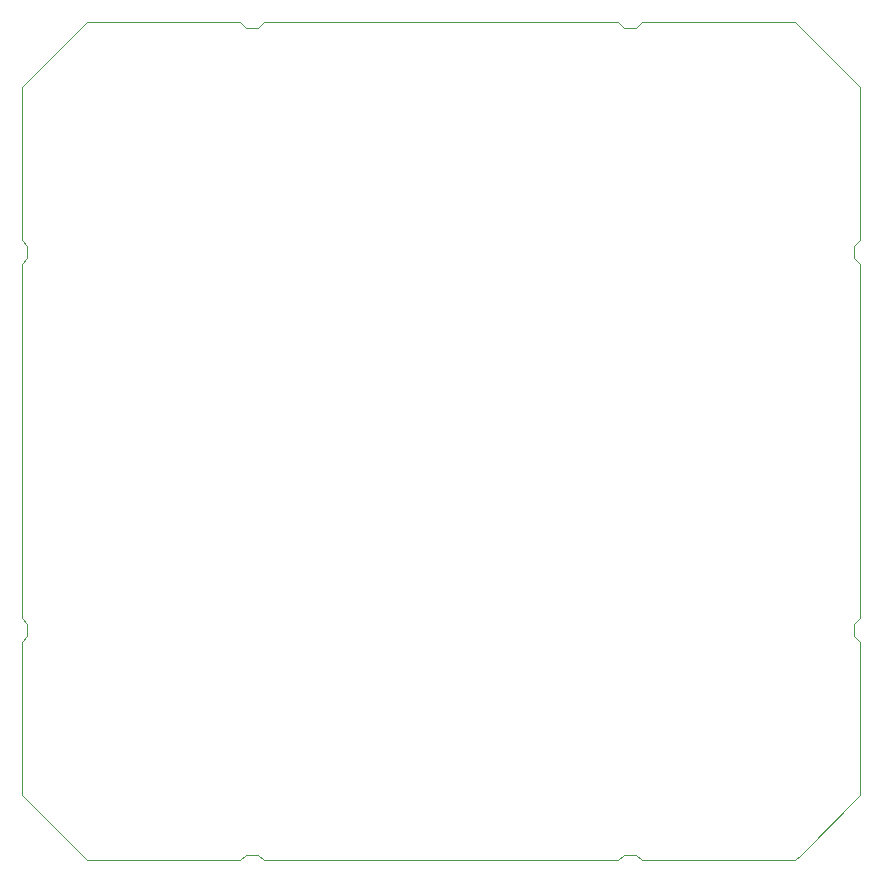
<source format=gbr>
G04 #@! TF.FileFunction,Profile,NP*
%FSLAX46Y46*%
G04 Gerber Fmt 4.6, Leading zero omitted, Abs format (unit mm)*
G04 Created by KiCad (PCBNEW 4.0.5) date 07/26/17 23:18:41*
%MOMM*%
%LPD*%
G01*
G04 APERTURE LIST*
%ADD10C,0.100000*%
G04 APERTURE END LIST*
D10*
X133000000Y-64500000D02*
X120000000Y-64500000D01*
X165000000Y-64500000D02*
X135000000Y-64500000D01*
X180000000Y-64500000D02*
X167000000Y-64500000D01*
X185500000Y-83000000D02*
X185500000Y-70000000D01*
X185500000Y-115000000D02*
X185500000Y-85000000D01*
X185500000Y-130000000D02*
X185500000Y-117000000D01*
X134500000Y-65000000D02*
X135000000Y-64500000D01*
X133500000Y-65000000D02*
X134500000Y-65000000D01*
X133000000Y-64500000D02*
X133500000Y-65000000D01*
X114500000Y-70000000D02*
X120000000Y-64500000D01*
X114500000Y-83000000D02*
X114500000Y-70000000D01*
X115000000Y-83500000D02*
X114500000Y-83000000D01*
X115000000Y-84500000D02*
X115000000Y-83500000D01*
X114500000Y-85000000D02*
X115000000Y-84500000D01*
X114500000Y-115000000D02*
X114500000Y-85000000D01*
X115000000Y-115500000D02*
X114500000Y-115000000D01*
X115000000Y-116500000D02*
X115000000Y-115500000D01*
X114500000Y-117000000D02*
X115000000Y-116500000D01*
X114500000Y-130000000D02*
X114500000Y-117000000D01*
X120000000Y-135500000D02*
X114500000Y-130000000D01*
X133000000Y-135500000D02*
X120000000Y-135500000D01*
X133500000Y-135000000D02*
X133000000Y-135500000D01*
X134500000Y-135000000D02*
X133500000Y-135000000D01*
X135000000Y-135500000D02*
X134500000Y-135000000D01*
X165000000Y-135500000D02*
X135000000Y-135500000D01*
X165500000Y-135000000D02*
X165000000Y-135500000D01*
X166500000Y-135000000D02*
X165500000Y-135000000D01*
X167000000Y-135500000D02*
X166500000Y-135000000D01*
X180000000Y-135500000D02*
X167000000Y-135500000D01*
X180500000Y-135000000D02*
X180000000Y-135500000D01*
X185500000Y-130000000D02*
X180500000Y-135000000D01*
X185000000Y-116500000D02*
X185500000Y-117000000D01*
X185000000Y-115500000D02*
X185000000Y-116500000D01*
X185500000Y-115000000D02*
X185000000Y-115500000D01*
X185000000Y-84500000D02*
X185500000Y-85000000D01*
X185000000Y-83500000D02*
X185000000Y-84500000D01*
X185500000Y-83000000D02*
X185000000Y-83500000D01*
X180000000Y-64500000D02*
X185500000Y-70000000D01*
X166500000Y-65000000D02*
X167000000Y-64500000D01*
X165500000Y-65000000D02*
X166500000Y-65000000D01*
X165000000Y-64500000D02*
X165500000Y-65000000D01*
M02*

</source>
